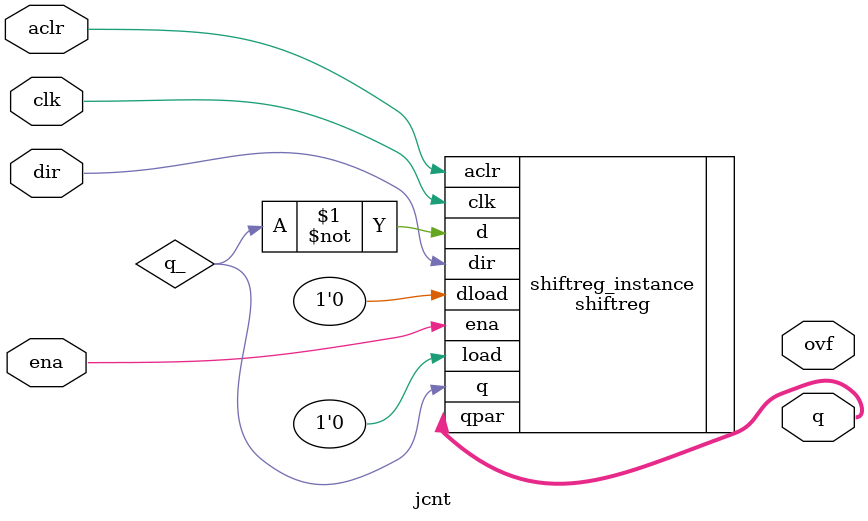
<source format=sv>
module jcnt
#(
  parameter WIDTH = 8
)
(
  input                     clk,
  input                     aclr,
  input                     ena,
  input                     dir,
  output logic              ovf,
  output logic [WIDTH-1:0]  q
);

logic q_;

shiftreg #(
  .WIDTH(WIDTH)
) shiftreg_instance (
  .clk    (clk),
  .aclr   (aclr),
  .ena    (ena),
  .load   ('0),
  .dload  ('0),
  .dir    (dir),
  .d      (~q_),
  .q      (q_),
  .qpar   (q)
);
  
endmodule
</source>
